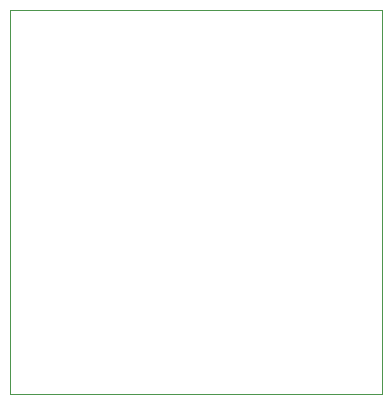
<source format=gbr>
G04 #@! TF.GenerationSoftware,KiCad,Pcbnew,(5.1.2-1)-1*
G04 #@! TF.CreationDate,2019-05-30T18:56:24+02:00*
G04 #@! TF.ProjectId,BBC Joystick Connector,42424320-4a6f-4797-9374-69636b20436f,rev?*
G04 #@! TF.SameCoordinates,Original*
G04 #@! TF.FileFunction,Profile,NP*
%FSLAX46Y46*%
G04 Gerber Fmt 4.6, Leading zero omitted, Abs format (unit mm)*
G04 Created by KiCad (PCBNEW (5.1.2-1)-1) date 2019-05-30 18:56:24*
%MOMM*%
%LPD*%
G04 APERTURE LIST*
%ADD10C,0.050000*%
G04 APERTURE END LIST*
D10*
X119888000Y-64516000D02*
X119888000Y-32004000D01*
X151384000Y-64516000D02*
X119888000Y-64516000D01*
X151384000Y-32004000D02*
X151384000Y-64516000D01*
X119888000Y-32004000D02*
X151384000Y-32004000D01*
M02*

</source>
